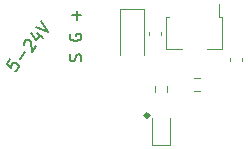
<source format=gbr>
%TF.GenerationSoftware,KiCad,Pcbnew,(6.0.11)*%
%TF.CreationDate,2023-01-29T21:23:29-06:00*%
%TF.ProjectId,Tap_Photosensor_PCB,5461705f-5068-46f7-946f-73656e736f72,rev?*%
%TF.SameCoordinates,Original*%
%TF.FileFunction,Legend,Top*%
%TF.FilePolarity,Positive*%
%FSLAX46Y46*%
G04 Gerber Fmt 4.6, Leading zero omitted, Abs format (unit mm)*
G04 Created by KiCad (PCBNEW (6.0.11)) date 2023-01-29 21:23:29*
%MOMM*%
%LPD*%
G01*
G04 APERTURE LIST*
%ADD10C,0.325000*%
%ADD11C,0.150000*%
%ADD12C,0.120000*%
G04 APERTURE END LIST*
D10*
X113162500Y-65000000D02*
G75*
G03*
X113162500Y-65000000I-162500J0D01*
G01*
D11*
X107404761Y-60416666D02*
X107452380Y-60273809D01*
X107452380Y-60035714D01*
X107404761Y-59940476D01*
X107357142Y-59892857D01*
X107261904Y-59845238D01*
X107166666Y-59845238D01*
X107071428Y-59892857D01*
X107023809Y-59940476D01*
X106976190Y-60035714D01*
X106928571Y-60226190D01*
X106880952Y-60321428D01*
X106833333Y-60369047D01*
X106738095Y-60416666D01*
X106642857Y-60416666D01*
X106547619Y-60369047D01*
X106500000Y-60321428D01*
X106452380Y-60226190D01*
X106452380Y-59988095D01*
X106500000Y-59845238D01*
X106500000Y-58130952D02*
X106452380Y-58226190D01*
X106452380Y-58369047D01*
X106500000Y-58511904D01*
X106595238Y-58607142D01*
X106690476Y-58654761D01*
X106880952Y-58702380D01*
X107023809Y-58702380D01*
X107214285Y-58654761D01*
X107309523Y-58607142D01*
X107404761Y-58511904D01*
X107452380Y-58369047D01*
X107452380Y-58273809D01*
X107404761Y-58130952D01*
X107357142Y-58083333D01*
X107023809Y-58083333D01*
X107023809Y-58273809D01*
X107071428Y-56892857D02*
X107071428Y-56130952D01*
X107452380Y-56511904D02*
X106690476Y-56511904D01*
X101435273Y-60241581D02*
X101133663Y-60610076D01*
X101471997Y-60948536D01*
X101465309Y-60881525D01*
X101488781Y-60777665D01*
X101639586Y-60593417D01*
X101736758Y-60549879D01*
X101803768Y-60543191D01*
X101907628Y-60566663D01*
X102091876Y-60717468D01*
X102135414Y-60814640D01*
X102142103Y-60881650D01*
X102118630Y-60985510D01*
X101967825Y-61169758D01*
X101870654Y-61213296D01*
X101803643Y-61219985D01*
X102215927Y-60265178D02*
X102698503Y-59675586D01*
X102564607Y-59012169D02*
X102557918Y-58945159D01*
X102581391Y-58841299D01*
X102732196Y-58657051D01*
X102829367Y-58613513D01*
X102896378Y-58606824D01*
X103000238Y-58630297D01*
X103073937Y-58690619D01*
X103154325Y-58817951D01*
X103234587Y-59622078D01*
X103626680Y-59143034D01*
X103653684Y-58057488D02*
X104169578Y-58479742D01*
X103208083Y-58000448D02*
X103610021Y-58637110D01*
X104002114Y-58158066D01*
X103637026Y-57551565D02*
X104621993Y-57926999D01*
X104059280Y-57035671D01*
D12*
%TO.C,D1*%
X110750000Y-56000000D02*
X110750000Y-59900000D01*
X112750000Y-56000000D02*
X112750000Y-59900000D01*
X112750000Y-56000000D02*
X110750000Y-56000000D01*
%TO.C,D2*%
X113451250Y-65200000D02*
X113451250Y-67485000D01*
X114921250Y-67485000D02*
X114921250Y-65200000D01*
X113451250Y-67485000D02*
X114921250Y-67485000D01*
%TO.C,C2*%
X119990000Y-60109420D02*
X119990000Y-60390580D01*
X121010000Y-60109420D02*
X121010000Y-60390580D01*
%TO.C,U1*%
X119360000Y-56690000D02*
X119360000Y-59410000D01*
X119130000Y-55550000D02*
X119130000Y-56690000D01*
X119360000Y-56690000D02*
X119130000Y-56690000D01*
X114640000Y-59410000D02*
X114640000Y-56690000D01*
X114640000Y-56690000D02*
X114870000Y-56690000D01*
X119360000Y-59410000D02*
X118050000Y-59410000D01*
X115950000Y-59410000D02*
X114640000Y-59410000D01*
%TO.C,R3*%
X114708750Y-62512742D02*
X114708750Y-62987258D01*
X113663750Y-62512742D02*
X113663750Y-62987258D01*
%TO.C,C1*%
X114200000Y-57929420D02*
X114200000Y-58210580D01*
X113180000Y-57929420D02*
X113180000Y-58210580D01*
%TO.C,R5*%
X117012742Y-62922500D02*
X117487258Y-62922500D01*
X117012742Y-61877500D02*
X117487258Y-61877500D01*
%TD*%
M02*

</source>
